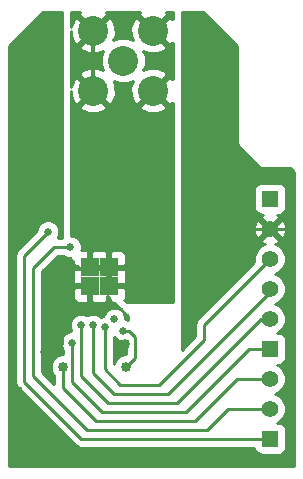
<source format=gbl>
G04 (created by PCBNEW (2013-07-24 BZR 4024)-stable) date Mon 03 Mar 2014 03:49:26 PM NZDT*
%MOIN*%
G04 Gerber Fmt 3.4, Leading zero omitted, Abs format*
%FSLAX34Y34*%
G01*
G70*
G90*
G04 APERTURE LIST*
%ADD10C,0.00590551*%
%ADD11C,0.1*%
%ADD12R,0.0629921X0.0629921*%
%ADD13R,0.055X0.055*%
%ADD14C,0.055*%
%ADD15C,0.0334646*%
%ADD16C,0.0255906*%
%ADD17C,0.00984252*%
%ADD18C,0.0137795*%
%ADD19C,0.00787402*%
%ADD20C,0.01*%
G04 APERTURE END LIST*
G54D10*
G54D11*
X25100Y-24500D03*
X26100Y-23500D03*
X24100Y-23500D03*
X24100Y-25500D03*
X26100Y-25500D03*
G54D12*
X24625Y-31377D03*
X24625Y-32007D03*
X23996Y-31377D03*
X23996Y-32007D03*
G54D13*
X30000Y-34100D03*
G54D14*
X30000Y-33100D03*
X30000Y-32100D03*
X30000Y-31100D03*
G54D13*
X30000Y-29100D03*
G54D14*
X30000Y-30100D03*
G54D13*
X30000Y-37100D03*
G54D14*
X30000Y-36100D03*
X30000Y-35100D03*
G54D15*
X25200Y-34700D03*
X23100Y-34700D03*
G54D16*
X25100Y-33500D03*
X24094Y-33307D03*
X24488Y-33385D03*
X23400Y-33900D03*
X24803Y-33110D03*
X23346Y-30708D03*
X23700Y-33307D03*
X22600Y-30200D03*
G54D15*
X22900Y-28000D03*
X22900Y-27000D03*
X22900Y-26000D03*
X22900Y-25000D03*
X22900Y-24000D03*
X22900Y-23100D03*
X22900Y-29000D03*
X30600Y-31600D03*
X30600Y-34700D03*
X30600Y-37700D03*
X27600Y-37700D03*
X24600Y-37700D03*
X21600Y-37700D03*
X21600Y-35500D03*
X21500Y-30400D03*
X21500Y-29000D03*
X21500Y-28000D03*
X21500Y-27000D03*
X21500Y-26000D03*
X21500Y-25000D03*
X21500Y-24000D03*
X28000Y-30700D03*
X28000Y-32500D03*
X27200Y-24000D03*
X27200Y-23100D03*
X27900Y-23200D03*
X28800Y-24100D03*
X27200Y-29000D03*
X27200Y-28000D03*
X27200Y-27000D03*
X27200Y-26000D03*
X27200Y-25000D03*
X28800Y-25000D03*
X28800Y-26000D03*
X28800Y-27000D03*
X28800Y-28000D03*
X28000Y-29000D03*
X27200Y-32900D03*
X30600Y-28300D03*
X25157Y-33937D03*
X23110Y-33149D03*
X22496Y-34224D03*
X24842Y-28346D03*
G54D17*
X23100Y-34700D02*
X23100Y-35400D01*
X28900Y-35100D02*
X30000Y-35100D01*
X27500Y-36500D02*
X28900Y-35100D01*
X24200Y-36500D02*
X27500Y-36500D01*
X23100Y-35400D02*
X24200Y-36500D01*
X25200Y-34700D02*
X25200Y-34700D01*
X25300Y-33500D02*
X25100Y-33500D01*
X25500Y-33700D02*
X25300Y-33500D01*
X25500Y-34400D02*
X25500Y-33700D01*
X25200Y-34700D02*
X25500Y-34400D01*
X24094Y-33307D02*
X24094Y-34894D01*
X30100Y-32100D02*
X30000Y-32100D01*
X28100Y-34100D02*
X30100Y-32100D01*
X28100Y-34100D02*
X28100Y-34100D01*
X26600Y-35600D02*
X28100Y-34100D01*
X24800Y-35600D02*
X26600Y-35600D01*
X24094Y-34894D02*
X24800Y-35600D01*
X24488Y-33385D02*
X24488Y-34788D01*
X30000Y-31100D02*
X30000Y-31100D01*
X27800Y-33300D02*
X30000Y-31100D01*
X27800Y-33800D02*
X27800Y-33300D01*
X26300Y-35300D02*
X27800Y-33800D01*
X25000Y-35300D02*
X26300Y-35300D01*
X24488Y-34788D02*
X25000Y-35300D01*
X23400Y-33900D02*
X23400Y-35200D01*
X29300Y-34100D02*
X30000Y-34100D01*
X27200Y-36200D02*
X29300Y-34100D01*
X24400Y-36200D02*
X27200Y-36200D01*
X23400Y-35200D02*
X24400Y-36200D01*
X22100Y-31400D02*
X22100Y-35000D01*
X22791Y-30708D02*
X22100Y-31400D01*
X23346Y-30708D02*
X22791Y-30708D01*
X28600Y-36100D02*
X30000Y-36100D01*
X27900Y-36800D02*
X28600Y-36100D01*
X23900Y-36800D02*
X27900Y-36800D01*
X22100Y-35000D02*
X23900Y-36800D01*
X23700Y-33307D02*
X23700Y-35000D01*
X29700Y-33100D02*
X30000Y-33100D01*
X26900Y-35900D02*
X29700Y-33100D01*
X24600Y-35900D02*
X26900Y-35900D01*
X23700Y-35000D02*
X24600Y-35900D01*
X23700Y-37100D02*
X30000Y-37100D01*
X21800Y-35200D02*
X23700Y-37100D01*
X21800Y-31000D02*
X21800Y-35200D01*
X22600Y-30200D02*
X21800Y-31000D01*
X22900Y-28000D02*
X22900Y-29000D01*
X22900Y-26000D02*
X22900Y-27000D01*
X22900Y-24000D02*
X22900Y-25000D01*
X21500Y-24000D02*
X22400Y-23100D01*
X30600Y-34700D02*
X30600Y-37700D01*
X27600Y-37700D02*
X24600Y-37700D01*
X21600Y-37700D02*
X21600Y-35500D01*
X21500Y-30400D02*
X21500Y-29000D01*
X21500Y-28000D02*
X21500Y-27000D01*
X21500Y-26000D02*
X21500Y-25000D01*
X30600Y-30100D02*
X30600Y-31600D01*
X22400Y-23100D02*
X22900Y-23100D01*
X28000Y-30700D02*
X28000Y-32500D01*
X28000Y-30700D02*
X28700Y-30100D01*
G54D18*
X27200Y-23100D02*
X27200Y-24000D01*
X28800Y-24100D02*
X27900Y-23200D01*
X27200Y-30100D02*
X27200Y-29000D01*
X27200Y-28000D02*
X27200Y-27000D01*
X27200Y-26000D02*
X27200Y-25000D01*
X28800Y-25000D02*
X28800Y-26000D01*
X28800Y-27000D02*
X28800Y-28000D01*
X28000Y-29000D02*
X28000Y-30700D01*
X27200Y-32900D02*
X27200Y-30100D01*
G54D17*
X28700Y-30100D02*
X30000Y-30100D01*
X22900Y-23200D02*
X22900Y-23100D01*
X30000Y-30100D02*
X30600Y-30100D01*
X30600Y-30100D02*
X30600Y-28300D01*
G54D19*
X22496Y-34224D02*
X22822Y-34224D01*
X23110Y-33937D02*
X23110Y-33149D01*
X22822Y-34224D02*
X23110Y-33937D01*
G54D18*
X24100Y-25500D02*
X24100Y-23500D01*
G54D10*
G36*
X26750Y-32550D02*
X26559Y-32550D01*
X26559Y-26030D01*
X26100Y-25570D01*
X25640Y-26030D01*
X25691Y-26146D01*
X25970Y-26253D01*
X26268Y-26245D01*
X26508Y-26146D01*
X26559Y-26030D01*
X26559Y-32550D01*
X25220Y-32550D01*
X25143Y-32473D01*
X25153Y-32464D01*
X25190Y-32372D01*
X25190Y-31742D01*
X25190Y-31692D01*
X25190Y-31643D01*
X25190Y-31013D01*
X25153Y-30921D01*
X25082Y-30851D01*
X24990Y-30813D01*
X24891Y-30812D01*
X24738Y-30812D01*
X24675Y-30875D01*
X24675Y-31327D01*
X25128Y-31327D01*
X25190Y-31265D01*
X25190Y-31013D01*
X25190Y-31643D01*
X25190Y-31643D01*
X25190Y-31490D01*
X25128Y-31427D01*
X24675Y-31427D01*
X24675Y-31505D01*
X24675Y-31880D01*
X24675Y-31957D01*
X25128Y-31957D01*
X25190Y-31895D01*
X25190Y-31742D01*
X25190Y-31742D01*
X25190Y-32372D01*
X25190Y-32120D01*
X25128Y-32057D01*
X24728Y-32057D01*
X24575Y-31905D01*
X24575Y-31880D01*
X24575Y-31505D01*
X24575Y-31427D01*
X24575Y-31327D01*
X24575Y-30875D01*
X24559Y-30859D01*
X24559Y-26030D01*
X24100Y-25570D01*
X23640Y-26030D01*
X23691Y-26146D01*
X23970Y-26253D01*
X24268Y-26245D01*
X24508Y-26146D01*
X24559Y-26030D01*
X24559Y-30859D01*
X24513Y-30812D01*
X24360Y-30812D01*
X24311Y-30812D01*
X24261Y-30812D01*
X24108Y-30812D01*
X24046Y-30875D01*
X24046Y-31327D01*
X24123Y-31327D01*
X24498Y-31327D01*
X24575Y-31327D01*
X24575Y-31427D01*
X24498Y-31427D01*
X24123Y-31427D01*
X24098Y-31427D01*
X23946Y-31275D01*
X23946Y-30875D01*
X23883Y-30812D01*
X23730Y-30812D01*
X23712Y-30812D01*
X23724Y-30784D01*
X23724Y-30633D01*
X23667Y-30494D01*
X23560Y-30388D01*
X23421Y-30330D01*
X23350Y-30330D01*
X23350Y-25509D01*
X23354Y-25668D01*
X23453Y-25908D01*
X23569Y-25959D01*
X24029Y-25500D01*
X23569Y-25040D01*
X23453Y-25091D01*
X23350Y-25360D01*
X23350Y-23509D01*
X23354Y-23668D01*
X23453Y-23908D01*
X23569Y-23959D01*
X24029Y-23500D01*
X23569Y-23040D01*
X23453Y-23091D01*
X23350Y-23360D01*
X23350Y-22889D01*
X23675Y-22889D01*
X23640Y-22969D01*
X24100Y-23429D01*
X24559Y-22969D01*
X24524Y-22889D01*
X25675Y-22889D01*
X25640Y-22969D01*
X26100Y-23429D01*
X26559Y-22969D01*
X26524Y-22889D01*
X26750Y-22889D01*
X26750Y-23099D01*
X26746Y-23091D01*
X26630Y-23040D01*
X26170Y-23500D01*
X26630Y-23959D01*
X26746Y-23908D01*
X26750Y-23899D01*
X26750Y-25099D01*
X26746Y-25091D01*
X26630Y-25040D01*
X26559Y-25110D01*
X26559Y-24969D01*
X26508Y-24853D01*
X26229Y-24746D01*
X25931Y-24754D01*
X25780Y-24816D01*
X25849Y-24649D01*
X25850Y-24351D01*
X25779Y-24180D01*
X25970Y-24253D01*
X26268Y-24245D01*
X26508Y-24146D01*
X26559Y-24030D01*
X26100Y-23570D01*
X26094Y-23576D01*
X26023Y-23505D01*
X26029Y-23500D01*
X25569Y-23040D01*
X25453Y-23091D01*
X25346Y-23370D01*
X25354Y-23668D01*
X25416Y-23819D01*
X25249Y-23750D01*
X24951Y-23749D01*
X24780Y-23820D01*
X24853Y-23629D01*
X24845Y-23331D01*
X24746Y-23091D01*
X24630Y-23040D01*
X24170Y-23500D01*
X24176Y-23505D01*
X24105Y-23576D01*
X24100Y-23570D01*
X23640Y-24030D01*
X23691Y-24146D01*
X23970Y-24253D01*
X24268Y-24245D01*
X24419Y-24183D01*
X24350Y-24350D01*
X24349Y-24648D01*
X24420Y-24819D01*
X24229Y-24746D01*
X23931Y-24754D01*
X23691Y-24853D01*
X23640Y-24969D01*
X24100Y-25429D01*
X24105Y-25423D01*
X24176Y-25494D01*
X24170Y-25500D01*
X24630Y-25959D01*
X24746Y-25908D01*
X24853Y-25629D01*
X24845Y-25331D01*
X24783Y-25180D01*
X24950Y-25249D01*
X25248Y-25250D01*
X25419Y-25179D01*
X25346Y-25370D01*
X25354Y-25668D01*
X25453Y-25908D01*
X25569Y-25959D01*
X26029Y-25500D01*
X26023Y-25494D01*
X26094Y-25423D01*
X26100Y-25429D01*
X26559Y-24969D01*
X26559Y-25110D01*
X26170Y-25500D01*
X26630Y-25959D01*
X26746Y-25908D01*
X26750Y-25899D01*
X26750Y-32550D01*
X26750Y-32550D01*
G37*
G54D20*
X26750Y-32550D02*
X26559Y-32550D01*
X26559Y-26030D01*
X26100Y-25570D01*
X25640Y-26030D01*
X25691Y-26146D01*
X25970Y-26253D01*
X26268Y-26245D01*
X26508Y-26146D01*
X26559Y-26030D01*
X26559Y-32550D01*
X25220Y-32550D01*
X25143Y-32473D01*
X25153Y-32464D01*
X25190Y-32372D01*
X25190Y-31742D01*
X25190Y-31692D01*
X25190Y-31643D01*
X25190Y-31013D01*
X25153Y-30921D01*
X25082Y-30851D01*
X24990Y-30813D01*
X24891Y-30812D01*
X24738Y-30812D01*
X24675Y-30875D01*
X24675Y-31327D01*
X25128Y-31327D01*
X25190Y-31265D01*
X25190Y-31013D01*
X25190Y-31643D01*
X25190Y-31643D01*
X25190Y-31490D01*
X25128Y-31427D01*
X24675Y-31427D01*
X24675Y-31505D01*
X24675Y-31880D01*
X24675Y-31957D01*
X25128Y-31957D01*
X25190Y-31895D01*
X25190Y-31742D01*
X25190Y-31742D01*
X25190Y-32372D01*
X25190Y-32120D01*
X25128Y-32057D01*
X24728Y-32057D01*
X24575Y-31905D01*
X24575Y-31880D01*
X24575Y-31505D01*
X24575Y-31427D01*
X24575Y-31327D01*
X24575Y-30875D01*
X24559Y-30859D01*
X24559Y-26030D01*
X24100Y-25570D01*
X23640Y-26030D01*
X23691Y-26146D01*
X23970Y-26253D01*
X24268Y-26245D01*
X24508Y-26146D01*
X24559Y-26030D01*
X24559Y-30859D01*
X24513Y-30812D01*
X24360Y-30812D01*
X24311Y-30812D01*
X24261Y-30812D01*
X24108Y-30812D01*
X24046Y-30875D01*
X24046Y-31327D01*
X24123Y-31327D01*
X24498Y-31327D01*
X24575Y-31327D01*
X24575Y-31427D01*
X24498Y-31427D01*
X24123Y-31427D01*
X24098Y-31427D01*
X23946Y-31275D01*
X23946Y-30875D01*
X23883Y-30812D01*
X23730Y-30812D01*
X23712Y-30812D01*
X23724Y-30784D01*
X23724Y-30633D01*
X23667Y-30494D01*
X23560Y-30388D01*
X23421Y-30330D01*
X23350Y-30330D01*
X23350Y-25509D01*
X23354Y-25668D01*
X23453Y-25908D01*
X23569Y-25959D01*
X24029Y-25500D01*
X23569Y-25040D01*
X23453Y-25091D01*
X23350Y-25360D01*
X23350Y-23509D01*
X23354Y-23668D01*
X23453Y-23908D01*
X23569Y-23959D01*
X24029Y-23500D01*
X23569Y-23040D01*
X23453Y-23091D01*
X23350Y-23360D01*
X23350Y-22889D01*
X23675Y-22889D01*
X23640Y-22969D01*
X24100Y-23429D01*
X24559Y-22969D01*
X24524Y-22889D01*
X25675Y-22889D01*
X25640Y-22969D01*
X26100Y-23429D01*
X26559Y-22969D01*
X26524Y-22889D01*
X26750Y-22889D01*
X26750Y-23099D01*
X26746Y-23091D01*
X26630Y-23040D01*
X26170Y-23500D01*
X26630Y-23959D01*
X26746Y-23908D01*
X26750Y-23899D01*
X26750Y-25099D01*
X26746Y-25091D01*
X26630Y-25040D01*
X26559Y-25110D01*
X26559Y-24969D01*
X26508Y-24853D01*
X26229Y-24746D01*
X25931Y-24754D01*
X25780Y-24816D01*
X25849Y-24649D01*
X25850Y-24351D01*
X25779Y-24180D01*
X25970Y-24253D01*
X26268Y-24245D01*
X26508Y-24146D01*
X26559Y-24030D01*
X26100Y-23570D01*
X26094Y-23576D01*
X26023Y-23505D01*
X26029Y-23500D01*
X25569Y-23040D01*
X25453Y-23091D01*
X25346Y-23370D01*
X25354Y-23668D01*
X25416Y-23819D01*
X25249Y-23750D01*
X24951Y-23749D01*
X24780Y-23820D01*
X24853Y-23629D01*
X24845Y-23331D01*
X24746Y-23091D01*
X24630Y-23040D01*
X24170Y-23500D01*
X24176Y-23505D01*
X24105Y-23576D01*
X24100Y-23570D01*
X23640Y-24030D01*
X23691Y-24146D01*
X23970Y-24253D01*
X24268Y-24245D01*
X24419Y-24183D01*
X24350Y-24350D01*
X24349Y-24648D01*
X24420Y-24819D01*
X24229Y-24746D01*
X23931Y-24754D01*
X23691Y-24853D01*
X23640Y-24969D01*
X24100Y-25429D01*
X24105Y-25423D01*
X24176Y-25494D01*
X24170Y-25500D01*
X24630Y-25959D01*
X24746Y-25908D01*
X24853Y-25629D01*
X24845Y-25331D01*
X24783Y-25180D01*
X24950Y-25249D01*
X25248Y-25250D01*
X25419Y-25179D01*
X25346Y-25370D01*
X25354Y-25668D01*
X25453Y-25908D01*
X25569Y-25959D01*
X26029Y-25500D01*
X26023Y-25494D01*
X26094Y-25423D01*
X26100Y-25429D01*
X26559Y-24969D01*
X26559Y-25110D01*
X26170Y-25500D01*
X26630Y-25959D01*
X26746Y-25908D01*
X26750Y-25899D01*
X26750Y-32550D01*
G54D10*
G36*
X25200Y-34276D02*
X25194Y-34282D01*
X25117Y-34282D01*
X24963Y-34346D01*
X24846Y-34463D01*
X24787Y-34605D01*
X24787Y-33721D01*
X24885Y-33820D01*
X25024Y-33877D01*
X25174Y-33878D01*
X25200Y-33867D01*
X25200Y-34276D01*
X25200Y-34276D01*
G37*
G54D20*
X25200Y-34276D02*
X25194Y-34282D01*
X25117Y-34282D01*
X24963Y-34346D01*
X24846Y-34463D01*
X24787Y-34605D01*
X24787Y-33721D01*
X24885Y-33820D01*
X25024Y-33877D01*
X25174Y-33878D01*
X25200Y-33867D01*
X25200Y-34276D01*
G54D10*
G36*
X25259Y-33157D02*
X25181Y-33124D01*
X25181Y-33035D01*
X25123Y-32896D01*
X25017Y-32790D01*
X24878Y-32732D01*
X24728Y-32732D01*
X24589Y-32789D01*
X24482Y-32895D01*
X24436Y-33007D01*
X24413Y-33007D01*
X24354Y-33032D01*
X24308Y-32986D01*
X24169Y-32929D01*
X24019Y-32929D01*
X23946Y-32959D01*
X23946Y-32510D01*
X23946Y-32057D01*
X23493Y-32057D01*
X23431Y-32120D01*
X23431Y-32372D01*
X23469Y-32464D01*
X23539Y-32534D01*
X23631Y-32572D01*
X23730Y-32572D01*
X23883Y-32572D01*
X23946Y-32510D01*
X23946Y-32959D01*
X23897Y-32979D01*
X23776Y-32929D01*
X23625Y-32929D01*
X23486Y-32986D01*
X23380Y-33092D01*
X23322Y-33231D01*
X23322Y-33381D01*
X23380Y-33520D01*
X23381Y-33522D01*
X23325Y-33521D01*
X23186Y-33579D01*
X23079Y-33685D01*
X23022Y-33824D01*
X23021Y-33974D01*
X23079Y-34113D01*
X23100Y-34135D01*
X23100Y-34282D01*
X23017Y-34282D01*
X22863Y-34346D01*
X22746Y-34463D01*
X22682Y-34616D01*
X22682Y-34782D01*
X22746Y-34936D01*
X22800Y-34990D01*
X22800Y-35277D01*
X22399Y-34876D01*
X22399Y-31523D01*
X22915Y-31007D01*
X23111Y-31007D01*
X23132Y-31028D01*
X23270Y-31086D01*
X23315Y-31086D01*
X23431Y-31201D01*
X23431Y-31265D01*
X23493Y-31327D01*
X23557Y-31327D01*
X23657Y-31427D01*
X23493Y-31427D01*
X23431Y-31490D01*
X23431Y-31643D01*
X23431Y-31643D01*
X23431Y-31692D01*
X23431Y-31742D01*
X23431Y-31742D01*
X23431Y-31895D01*
X23493Y-31957D01*
X23946Y-31957D01*
X23946Y-31950D01*
X24046Y-31950D01*
X24046Y-31957D01*
X24053Y-31957D01*
X24053Y-32057D01*
X24046Y-32057D01*
X24046Y-32510D01*
X24108Y-32572D01*
X24261Y-32572D01*
X24311Y-32572D01*
X24360Y-32572D01*
X24513Y-32572D01*
X24575Y-32510D01*
X24575Y-32346D01*
X24675Y-32446D01*
X24675Y-32510D01*
X24738Y-32572D01*
X24802Y-32572D01*
X25251Y-33021D01*
X25259Y-33157D01*
X25259Y-33157D01*
G37*
G54D20*
X25259Y-33157D02*
X25181Y-33124D01*
X25181Y-33035D01*
X25123Y-32896D01*
X25017Y-32790D01*
X24878Y-32732D01*
X24728Y-32732D01*
X24589Y-32789D01*
X24482Y-32895D01*
X24436Y-33007D01*
X24413Y-33007D01*
X24354Y-33032D01*
X24308Y-32986D01*
X24169Y-32929D01*
X24019Y-32929D01*
X23946Y-32959D01*
X23946Y-32510D01*
X23946Y-32057D01*
X23493Y-32057D01*
X23431Y-32120D01*
X23431Y-32372D01*
X23469Y-32464D01*
X23539Y-32534D01*
X23631Y-32572D01*
X23730Y-32572D01*
X23883Y-32572D01*
X23946Y-32510D01*
X23946Y-32959D01*
X23897Y-32979D01*
X23776Y-32929D01*
X23625Y-32929D01*
X23486Y-32986D01*
X23380Y-33092D01*
X23322Y-33231D01*
X23322Y-33381D01*
X23380Y-33520D01*
X23381Y-33522D01*
X23325Y-33521D01*
X23186Y-33579D01*
X23079Y-33685D01*
X23022Y-33824D01*
X23021Y-33974D01*
X23079Y-34113D01*
X23100Y-34135D01*
X23100Y-34282D01*
X23017Y-34282D01*
X22863Y-34346D01*
X22746Y-34463D01*
X22682Y-34616D01*
X22682Y-34782D01*
X22746Y-34936D01*
X22800Y-34990D01*
X22800Y-35277D01*
X22399Y-34876D01*
X22399Y-31523D01*
X22915Y-31007D01*
X23111Y-31007D01*
X23132Y-31028D01*
X23270Y-31086D01*
X23315Y-31086D01*
X23431Y-31201D01*
X23431Y-31265D01*
X23493Y-31327D01*
X23557Y-31327D01*
X23657Y-31427D01*
X23493Y-31427D01*
X23431Y-31490D01*
X23431Y-31643D01*
X23431Y-31643D01*
X23431Y-31692D01*
X23431Y-31742D01*
X23431Y-31742D01*
X23431Y-31895D01*
X23493Y-31957D01*
X23946Y-31957D01*
X23946Y-31950D01*
X24046Y-31950D01*
X24046Y-31957D01*
X24053Y-31957D01*
X24053Y-32057D01*
X24046Y-32057D01*
X24046Y-32510D01*
X24108Y-32572D01*
X24261Y-32572D01*
X24311Y-32572D01*
X24360Y-32572D01*
X24513Y-32572D01*
X24575Y-32510D01*
X24575Y-32346D01*
X24675Y-32446D01*
X24675Y-32510D01*
X24738Y-32572D01*
X24802Y-32572D01*
X25251Y-33021D01*
X25259Y-33157D01*
G54D10*
G36*
X30810Y-38010D02*
X30529Y-38010D01*
X30529Y-30175D01*
X30525Y-30086D01*
X30525Y-29325D01*
X30525Y-28775D01*
X30487Y-28683D01*
X30416Y-28613D01*
X30324Y-28575D01*
X30225Y-28574D01*
X29675Y-28574D01*
X29583Y-28612D01*
X29513Y-28683D01*
X29475Y-28775D01*
X29474Y-28874D01*
X29474Y-29424D01*
X29512Y-29516D01*
X29583Y-29586D01*
X29675Y-29624D01*
X29762Y-29625D01*
X29727Y-29639D01*
X29702Y-29732D01*
X30000Y-30029D01*
X30297Y-29732D01*
X30272Y-29639D01*
X30231Y-29625D01*
X30324Y-29625D01*
X30416Y-29587D01*
X30486Y-29516D01*
X30524Y-29424D01*
X30525Y-29325D01*
X30525Y-30086D01*
X30518Y-29967D01*
X30460Y-29827D01*
X30367Y-29802D01*
X30070Y-30100D01*
X30367Y-30397D01*
X30460Y-30372D01*
X30529Y-30175D01*
X30529Y-38010D01*
X21289Y-38010D01*
X21289Y-24019D01*
X22419Y-22889D01*
X23050Y-22889D01*
X23050Y-30409D01*
X22922Y-30409D01*
X22977Y-30275D01*
X22978Y-30125D01*
X22920Y-29986D01*
X22814Y-29879D01*
X22675Y-29822D01*
X22525Y-29821D01*
X22386Y-29879D01*
X22279Y-29985D01*
X22222Y-30124D01*
X22222Y-30154D01*
X21588Y-30788D01*
X21523Y-30885D01*
X21500Y-31000D01*
X21500Y-35200D01*
X21523Y-35314D01*
X21588Y-35411D01*
X23488Y-37311D01*
X23488Y-37311D01*
X23553Y-37354D01*
X23585Y-37376D01*
X23585Y-37376D01*
X23700Y-37399D01*
X29474Y-37399D01*
X29474Y-37424D01*
X29512Y-37516D01*
X29583Y-37586D01*
X29675Y-37624D01*
X29774Y-37625D01*
X30324Y-37625D01*
X30416Y-37587D01*
X30486Y-37516D01*
X30524Y-37424D01*
X30525Y-37325D01*
X30525Y-36775D01*
X30487Y-36683D01*
X30416Y-36613D01*
X30324Y-36575D01*
X30225Y-36574D01*
X30225Y-36574D01*
X30297Y-36545D01*
X30444Y-36397D01*
X30524Y-36204D01*
X30525Y-35996D01*
X30445Y-35803D01*
X30297Y-35655D01*
X30164Y-35599D01*
X30297Y-35545D01*
X30444Y-35397D01*
X30524Y-35204D01*
X30525Y-34996D01*
X30445Y-34803D01*
X30297Y-34655D01*
X30225Y-34625D01*
X30324Y-34625D01*
X30416Y-34587D01*
X30486Y-34516D01*
X30524Y-34424D01*
X30525Y-34325D01*
X30525Y-33775D01*
X30487Y-33683D01*
X30416Y-33613D01*
X30324Y-33575D01*
X30225Y-33574D01*
X30225Y-33574D01*
X30297Y-33545D01*
X30444Y-33397D01*
X30524Y-33204D01*
X30525Y-32996D01*
X30445Y-32803D01*
X30297Y-32655D01*
X30164Y-32599D01*
X30297Y-32545D01*
X30444Y-32397D01*
X30524Y-32204D01*
X30525Y-31996D01*
X30445Y-31803D01*
X30297Y-31655D01*
X30164Y-31599D01*
X30297Y-31545D01*
X30444Y-31397D01*
X30524Y-31204D01*
X30525Y-30996D01*
X30445Y-30803D01*
X30297Y-30655D01*
X30171Y-30602D01*
X30272Y-30560D01*
X30297Y-30467D01*
X30000Y-30170D01*
X29929Y-30241D01*
X29929Y-30100D01*
X29632Y-29802D01*
X29539Y-29827D01*
X29470Y-30024D01*
X29481Y-30232D01*
X29539Y-30372D01*
X29632Y-30397D01*
X29929Y-30100D01*
X29929Y-30241D01*
X29702Y-30467D01*
X29727Y-30560D01*
X29837Y-30599D01*
X29703Y-30654D01*
X29555Y-30802D01*
X29475Y-30995D01*
X29474Y-31201D01*
X27588Y-33088D01*
X27523Y-33185D01*
X27500Y-33300D01*
X27500Y-33676D01*
X27050Y-34126D01*
X27050Y-22889D01*
X27780Y-22889D01*
X28910Y-24019D01*
X28910Y-27200D01*
X28932Y-27310D01*
X28995Y-27404D01*
X29595Y-28004D01*
X29595Y-28004D01*
X29689Y-28067D01*
X29689Y-28067D01*
X29707Y-28070D01*
X29800Y-28089D01*
X29900Y-28089D01*
X30680Y-28089D01*
X30810Y-28219D01*
X30810Y-38010D01*
X30810Y-38010D01*
G37*
G54D20*
X30810Y-38010D02*
X30529Y-38010D01*
X30529Y-30175D01*
X30525Y-30086D01*
X30525Y-29325D01*
X30525Y-28775D01*
X30487Y-28683D01*
X30416Y-28613D01*
X30324Y-28575D01*
X30225Y-28574D01*
X29675Y-28574D01*
X29583Y-28612D01*
X29513Y-28683D01*
X29475Y-28775D01*
X29474Y-28874D01*
X29474Y-29424D01*
X29512Y-29516D01*
X29583Y-29586D01*
X29675Y-29624D01*
X29762Y-29625D01*
X29727Y-29639D01*
X29702Y-29732D01*
X30000Y-30029D01*
X30297Y-29732D01*
X30272Y-29639D01*
X30231Y-29625D01*
X30324Y-29625D01*
X30416Y-29587D01*
X30486Y-29516D01*
X30524Y-29424D01*
X30525Y-29325D01*
X30525Y-30086D01*
X30518Y-29967D01*
X30460Y-29827D01*
X30367Y-29802D01*
X30070Y-30100D01*
X30367Y-30397D01*
X30460Y-30372D01*
X30529Y-30175D01*
X30529Y-38010D01*
X21289Y-38010D01*
X21289Y-24019D01*
X22419Y-22889D01*
X23050Y-22889D01*
X23050Y-30409D01*
X22922Y-30409D01*
X22977Y-30275D01*
X22978Y-30125D01*
X22920Y-29986D01*
X22814Y-29879D01*
X22675Y-29822D01*
X22525Y-29821D01*
X22386Y-29879D01*
X22279Y-29985D01*
X22222Y-30124D01*
X22222Y-30154D01*
X21588Y-30788D01*
X21523Y-30885D01*
X21500Y-31000D01*
X21500Y-35200D01*
X21523Y-35314D01*
X21588Y-35411D01*
X23488Y-37311D01*
X23488Y-37311D01*
X23553Y-37354D01*
X23585Y-37376D01*
X23585Y-37376D01*
X23700Y-37399D01*
X29474Y-37399D01*
X29474Y-37424D01*
X29512Y-37516D01*
X29583Y-37586D01*
X29675Y-37624D01*
X29774Y-37625D01*
X30324Y-37625D01*
X30416Y-37587D01*
X30486Y-37516D01*
X30524Y-37424D01*
X30525Y-37325D01*
X30525Y-36775D01*
X30487Y-36683D01*
X30416Y-36613D01*
X30324Y-36575D01*
X30225Y-36574D01*
X30225Y-36574D01*
X30297Y-36545D01*
X30444Y-36397D01*
X30524Y-36204D01*
X30525Y-35996D01*
X30445Y-35803D01*
X30297Y-35655D01*
X30164Y-35599D01*
X30297Y-35545D01*
X30444Y-35397D01*
X30524Y-35204D01*
X30525Y-34996D01*
X30445Y-34803D01*
X30297Y-34655D01*
X30225Y-34625D01*
X30324Y-34625D01*
X30416Y-34587D01*
X30486Y-34516D01*
X30524Y-34424D01*
X30525Y-34325D01*
X30525Y-33775D01*
X30487Y-33683D01*
X30416Y-33613D01*
X30324Y-33575D01*
X30225Y-33574D01*
X30225Y-33574D01*
X30297Y-33545D01*
X30444Y-33397D01*
X30524Y-33204D01*
X30525Y-32996D01*
X30445Y-32803D01*
X30297Y-32655D01*
X30164Y-32599D01*
X30297Y-32545D01*
X30444Y-32397D01*
X30524Y-32204D01*
X30525Y-31996D01*
X30445Y-31803D01*
X30297Y-31655D01*
X30164Y-31599D01*
X30297Y-31545D01*
X30444Y-31397D01*
X30524Y-31204D01*
X30525Y-30996D01*
X30445Y-30803D01*
X30297Y-30655D01*
X30171Y-30602D01*
X30272Y-30560D01*
X30297Y-30467D01*
X30000Y-30170D01*
X29929Y-30241D01*
X29929Y-30100D01*
X29632Y-29802D01*
X29539Y-29827D01*
X29470Y-30024D01*
X29481Y-30232D01*
X29539Y-30372D01*
X29632Y-30397D01*
X29929Y-30100D01*
X29929Y-30241D01*
X29702Y-30467D01*
X29727Y-30560D01*
X29837Y-30599D01*
X29703Y-30654D01*
X29555Y-30802D01*
X29475Y-30995D01*
X29474Y-31201D01*
X27588Y-33088D01*
X27523Y-33185D01*
X27500Y-33300D01*
X27500Y-33676D01*
X27050Y-34126D01*
X27050Y-22889D01*
X27780Y-22889D01*
X28910Y-24019D01*
X28910Y-27200D01*
X28932Y-27310D01*
X28995Y-27404D01*
X29595Y-28004D01*
X29595Y-28004D01*
X29689Y-28067D01*
X29689Y-28067D01*
X29707Y-28070D01*
X29800Y-28089D01*
X29900Y-28089D01*
X30680Y-28089D01*
X30810Y-28219D01*
X30810Y-38010D01*
M02*

</source>
